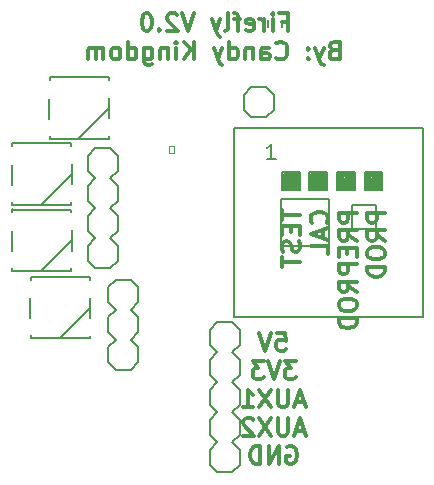
<source format=gbr>
%TF.GenerationSoftware,KiCad,Pcbnew,4.0.2+dfsg1-stable*%
%TF.CreationDate,2018-01-15T17:57:19-07:00*%
%TF.ProjectId,firefly2,66697265666C79322E6B696361645F70,rev?*%
%TF.FileFunction,Legend,Bot*%
%FSLAX46Y46*%
G04 Gerber Fmt 4.6, Leading zero omitted, Abs format (unit mm)*
G04 Created by KiCad (PCBNEW 4.0.2+dfsg1-stable) date Mon 15 Jan 2018 05:57:19 PM MST*
%MOMM*%
G01*
G04 APERTURE LIST*
%ADD10C,0.100000*%
%ADD11C,0.150000*%
%ADD12C,0.300000*%
%ADD13C,0.203200*%
%ADD14C,0.152400*%
%ADD15C,0.066040*%
G04 APERTURE END LIST*
D10*
D11*
X173100000Y-59200000D02*
X173100000Y-58300000D01*
X173450000Y-58900000D02*
X173100000Y-59200000D01*
X173450000Y-58800000D02*
X173450000Y-58900000D01*
X173550000Y-58800000D02*
X173450000Y-58800000D01*
X173550000Y-58950000D02*
X173550000Y-58800000D01*
X173350000Y-58950000D02*
X173550000Y-58950000D01*
X173350000Y-58900000D02*
X173350000Y-58950000D01*
X173350000Y-58700000D02*
X173350000Y-58900000D01*
X173650000Y-58700000D02*
X173350000Y-58700000D01*
X173650000Y-59050000D02*
X173650000Y-58700000D01*
X173250000Y-59050000D02*
X173650000Y-59050000D01*
X173250000Y-59000000D02*
X173250000Y-59050000D01*
X173250000Y-58600000D02*
X173250000Y-59000000D01*
X173750000Y-58600000D02*
X173250000Y-58600000D01*
X173750000Y-59150000D02*
X173750000Y-58600000D01*
X173150000Y-59150000D02*
X173750000Y-59150000D01*
X173150000Y-58450000D02*
X173150000Y-59150000D01*
X173850000Y-58450000D02*
X173150000Y-58450000D01*
X173850000Y-59300000D02*
X173850000Y-58450000D01*
X173000000Y-59300000D02*
X173850000Y-59300000D01*
X173000000Y-58300000D02*
X173000000Y-59300000D01*
X173950000Y-58300000D02*
X173000000Y-58300000D01*
X173950000Y-59400000D02*
X173950000Y-58300000D01*
X172850000Y-59400000D02*
X173950000Y-59400000D01*
X172850000Y-58200000D02*
X172850000Y-59400000D01*
X174050000Y-58200000D02*
X172850000Y-58200000D01*
X174050000Y-59500000D02*
X174050000Y-58200000D01*
X172750000Y-59500000D02*
X174050000Y-59500000D01*
X172750000Y-58200000D02*
X172750000Y-59500000D01*
X171150000Y-58850000D02*
X171150000Y-58950000D01*
X171050000Y-58850000D02*
X171150000Y-58850000D01*
X171050000Y-58700000D02*
X171050000Y-58850000D01*
X171250000Y-58700000D02*
X171050000Y-58700000D01*
X171250000Y-59000000D02*
X171250000Y-58700000D01*
X170950000Y-59000000D02*
X171250000Y-59000000D01*
X170950000Y-58600000D02*
X170950000Y-59000000D01*
X171350000Y-58600000D02*
X170950000Y-58600000D01*
X171350000Y-59100000D02*
X171350000Y-58600000D01*
X170850000Y-59100000D02*
X171350000Y-59100000D01*
X170850000Y-58450000D02*
X170850000Y-59100000D01*
X170950000Y-58450000D02*
X170850000Y-58450000D01*
X171450000Y-58450000D02*
X170950000Y-58450000D01*
X171450000Y-59200000D02*
X171450000Y-58450000D01*
X170750000Y-59200000D02*
X171450000Y-59200000D01*
X170750000Y-58400000D02*
X170750000Y-59200000D01*
X171550000Y-58400000D02*
X170750000Y-58400000D01*
X171550000Y-59300000D02*
X171550000Y-58400000D01*
X170650000Y-59300000D02*
X171550000Y-59300000D01*
X170650000Y-58300000D02*
X170650000Y-59300000D01*
X171650000Y-58300000D02*
X170650000Y-58300000D01*
X171650000Y-59400000D02*
X171650000Y-58300000D01*
X170550000Y-59400000D02*
X171650000Y-59400000D01*
X170550000Y-58200000D02*
X170550000Y-59400000D01*
X171750000Y-58200000D02*
X170550000Y-58200000D01*
X171750000Y-59500000D02*
X171750000Y-58200000D01*
X170450000Y-59500000D02*
X171750000Y-59500000D01*
X170450000Y-58200000D02*
X170450000Y-59500000D01*
X168600000Y-58950000D02*
X168550000Y-58900000D01*
X168800000Y-58950000D02*
X168600000Y-58950000D01*
X168800000Y-58800000D02*
X168800000Y-58950000D01*
X168450000Y-58800000D02*
X168800000Y-58800000D01*
X168450000Y-59050000D02*
X168450000Y-58800000D01*
X168900000Y-59050000D02*
X168450000Y-59050000D01*
X168900000Y-58700000D02*
X168900000Y-59050000D01*
X168350000Y-58700000D02*
X168900000Y-58700000D01*
X168350000Y-59150000D02*
X168350000Y-58700000D01*
X169000000Y-59150000D02*
X168350000Y-59150000D01*
X169000000Y-58600000D02*
X169000000Y-59150000D01*
X168250000Y-58600000D02*
X169000000Y-58600000D01*
X168250000Y-59300000D02*
X168250000Y-58600000D01*
X169050000Y-59300000D02*
X168250000Y-59300000D01*
X169050000Y-59250000D02*
X169050000Y-59300000D01*
X169150000Y-59300000D02*
X169050000Y-59250000D01*
X169100000Y-59250000D02*
X169150000Y-59300000D01*
X169100000Y-58500000D02*
X169100000Y-59250000D01*
X169200000Y-58500000D02*
X169100000Y-58500000D01*
X168150000Y-58500000D02*
X169200000Y-58500000D01*
X168150000Y-59400000D02*
X168150000Y-58500000D01*
X169250000Y-59400000D02*
X168150000Y-59400000D01*
X169250000Y-58400000D02*
X169250000Y-59400000D01*
X169300000Y-58400000D02*
X169250000Y-58400000D01*
X168050000Y-58400000D02*
X169300000Y-58400000D01*
X168050000Y-58250000D02*
X168050000Y-58400000D01*
X168050000Y-59500000D02*
X168050000Y-58250000D01*
X169350000Y-59500000D02*
X168050000Y-59500000D01*
X169350000Y-58250000D02*
X169350000Y-59500000D01*
X168100000Y-58250000D02*
X169350000Y-58250000D01*
X166500000Y-58850000D02*
X166600000Y-58850000D01*
X166300000Y-58850000D02*
X166500000Y-58850000D01*
X166300000Y-58950000D02*
X166300000Y-58850000D01*
X166600000Y-58950000D02*
X166300000Y-58950000D01*
X166600000Y-58750000D02*
X166600000Y-58950000D01*
X166550000Y-58750000D02*
X166600000Y-58750000D01*
X166200000Y-58750000D02*
X166550000Y-58750000D01*
X166200000Y-59100000D02*
X166200000Y-58750000D01*
X166600000Y-59100000D02*
X166200000Y-59100000D01*
X166700000Y-59050000D02*
X166700000Y-59100000D01*
X166700000Y-58650000D02*
X166700000Y-59050000D01*
X166100000Y-58650000D02*
X166700000Y-58650000D01*
X166100000Y-59200000D02*
X166100000Y-58650000D01*
X166800000Y-59200000D02*
X166100000Y-59200000D01*
X166800000Y-58550000D02*
X166800000Y-59200000D01*
X166000000Y-58550000D02*
X166800000Y-58550000D01*
X166000000Y-59300000D02*
X166000000Y-58550000D01*
X166900000Y-59300000D02*
X166000000Y-59300000D01*
X166900000Y-58450000D02*
X166900000Y-59300000D01*
X165900000Y-58450000D02*
X166900000Y-58450000D01*
X165900000Y-59400000D02*
X165900000Y-58450000D01*
X167000000Y-59400000D02*
X165900000Y-59400000D01*
X167000000Y-58350000D02*
X167000000Y-59400000D01*
X165800000Y-58350000D02*
X167000000Y-58350000D01*
X165800000Y-59500000D02*
X165800000Y-58350000D01*
X167100000Y-59500000D02*
X165800000Y-59500000D01*
X167100000Y-58250000D02*
X167100000Y-59500000D01*
X165800000Y-58250000D02*
X167100000Y-58250000D01*
X172650000Y-58100000D02*
X172650000Y-59600000D01*
X174150000Y-58100000D02*
X172650000Y-58100000D01*
X174150000Y-59600000D02*
X174150000Y-58100000D01*
X172650000Y-59600000D02*
X174150000Y-59600000D01*
X170350000Y-58100000D02*
X170350000Y-59600000D01*
X171850000Y-58100000D02*
X170350000Y-58100000D01*
X171850000Y-59600000D02*
X171850000Y-58100000D01*
X170350000Y-59600000D02*
X171850000Y-59600000D01*
X167950000Y-58100000D02*
X167950000Y-59600000D01*
X169450000Y-58100000D02*
X167950000Y-58100000D01*
X169450000Y-59600000D02*
X169450000Y-58100000D01*
X167950000Y-59600000D02*
X169450000Y-59600000D01*
X165700000Y-58100000D02*
X165700000Y-59600000D01*
X167200000Y-58100000D02*
X165700000Y-58100000D01*
X167200000Y-59600000D02*
X167200000Y-58100000D01*
X165700000Y-59600000D02*
X167200000Y-59600000D01*
D12*
X165678571Y-61342857D02*
X165678571Y-62200000D01*
X167178571Y-61771429D02*
X165678571Y-61771429D01*
X166392857Y-62700000D02*
X166392857Y-63200000D01*
X167178571Y-63414286D02*
X167178571Y-62700000D01*
X165678571Y-62700000D01*
X165678571Y-63414286D01*
X167107143Y-63985714D02*
X167178571Y-64200000D01*
X167178571Y-64557143D01*
X167107143Y-64700000D01*
X167035714Y-64771429D01*
X166892857Y-64842857D01*
X166750000Y-64842857D01*
X166607143Y-64771429D01*
X166535714Y-64700000D01*
X166464286Y-64557143D01*
X166392857Y-64271429D01*
X166321429Y-64128571D01*
X166250000Y-64057143D01*
X166107143Y-63985714D01*
X165964286Y-63985714D01*
X165821429Y-64057143D01*
X165750000Y-64128571D01*
X165678571Y-64271429D01*
X165678571Y-64628571D01*
X165750000Y-64842857D01*
X165678571Y-65271428D02*
X165678571Y-66128571D01*
X167178571Y-65700000D02*
X165678571Y-65700000D01*
X169435714Y-62414286D02*
X169507143Y-62342857D01*
X169578571Y-62128571D01*
X169578571Y-61985714D01*
X169507143Y-61771429D01*
X169364286Y-61628571D01*
X169221429Y-61557143D01*
X168935714Y-61485714D01*
X168721429Y-61485714D01*
X168435714Y-61557143D01*
X168292857Y-61628571D01*
X168150000Y-61771429D01*
X168078571Y-61985714D01*
X168078571Y-62128571D01*
X168150000Y-62342857D01*
X168221429Y-62414286D01*
X169150000Y-62985714D02*
X169150000Y-63700000D01*
X169578571Y-62842857D02*
X168078571Y-63342857D01*
X169578571Y-63842857D01*
X169578571Y-65057143D02*
X169578571Y-64342857D01*
X168078571Y-64342857D01*
X171978571Y-61557143D02*
X170478571Y-61557143D01*
X170478571Y-62128571D01*
X170550000Y-62271429D01*
X170621429Y-62342857D01*
X170764286Y-62414286D01*
X170978571Y-62414286D01*
X171121429Y-62342857D01*
X171192857Y-62271429D01*
X171264286Y-62128571D01*
X171264286Y-61557143D01*
X171978571Y-63914286D02*
X171264286Y-63414286D01*
X171978571Y-63057143D02*
X170478571Y-63057143D01*
X170478571Y-63628571D01*
X170550000Y-63771429D01*
X170621429Y-63842857D01*
X170764286Y-63914286D01*
X170978571Y-63914286D01*
X171121429Y-63842857D01*
X171192857Y-63771429D01*
X171264286Y-63628571D01*
X171264286Y-63057143D01*
X171192857Y-64557143D02*
X171192857Y-65057143D01*
X171978571Y-65271429D02*
X171978571Y-64557143D01*
X170478571Y-64557143D01*
X170478571Y-65271429D01*
X171978571Y-65914286D02*
X170478571Y-65914286D01*
X170478571Y-66485714D01*
X170550000Y-66628572D01*
X170621429Y-66700000D01*
X170764286Y-66771429D01*
X170978571Y-66771429D01*
X171121429Y-66700000D01*
X171192857Y-66628572D01*
X171264286Y-66485714D01*
X171264286Y-65914286D01*
X171978571Y-68271429D02*
X171264286Y-67771429D01*
X171978571Y-67414286D02*
X170478571Y-67414286D01*
X170478571Y-67985714D01*
X170550000Y-68128572D01*
X170621429Y-68200000D01*
X170764286Y-68271429D01*
X170978571Y-68271429D01*
X171121429Y-68200000D01*
X171192857Y-68128572D01*
X171264286Y-67985714D01*
X171264286Y-67414286D01*
X170478571Y-69200000D02*
X170478571Y-69485714D01*
X170550000Y-69628572D01*
X170692857Y-69771429D01*
X170978571Y-69842857D01*
X171478571Y-69842857D01*
X171764286Y-69771429D01*
X171907143Y-69628572D01*
X171978571Y-69485714D01*
X171978571Y-69200000D01*
X171907143Y-69057143D01*
X171764286Y-68914286D01*
X171478571Y-68842857D01*
X170978571Y-68842857D01*
X170692857Y-68914286D01*
X170550000Y-69057143D01*
X170478571Y-69200000D01*
X171978571Y-70485715D02*
X170478571Y-70485715D01*
X170478571Y-70842858D01*
X170550000Y-71057143D01*
X170692857Y-71200001D01*
X170835714Y-71271429D01*
X171121429Y-71342858D01*
X171335714Y-71342858D01*
X171621429Y-71271429D01*
X171764286Y-71200001D01*
X171907143Y-71057143D01*
X171978571Y-70842858D01*
X171978571Y-70485715D01*
X174378571Y-61557143D02*
X172878571Y-61557143D01*
X172878571Y-62128571D01*
X172950000Y-62271429D01*
X173021429Y-62342857D01*
X173164286Y-62414286D01*
X173378571Y-62414286D01*
X173521429Y-62342857D01*
X173592857Y-62271429D01*
X173664286Y-62128571D01*
X173664286Y-61557143D01*
X174378571Y-63914286D02*
X173664286Y-63414286D01*
X174378571Y-63057143D02*
X172878571Y-63057143D01*
X172878571Y-63628571D01*
X172950000Y-63771429D01*
X173021429Y-63842857D01*
X173164286Y-63914286D01*
X173378571Y-63914286D01*
X173521429Y-63842857D01*
X173592857Y-63771429D01*
X173664286Y-63628571D01*
X173664286Y-63057143D01*
X172878571Y-64842857D02*
X172878571Y-65128571D01*
X172950000Y-65271429D01*
X173092857Y-65414286D01*
X173378571Y-65485714D01*
X173878571Y-65485714D01*
X174164286Y-65414286D01*
X174307143Y-65271429D01*
X174378571Y-65128571D01*
X174378571Y-64842857D01*
X174307143Y-64700000D01*
X174164286Y-64557143D01*
X173878571Y-64485714D01*
X173378571Y-64485714D01*
X173092857Y-64557143D01*
X172950000Y-64700000D01*
X172878571Y-64842857D01*
X174378571Y-66128572D02*
X172878571Y-66128572D01*
X172878571Y-66485715D01*
X172950000Y-66700000D01*
X173092857Y-66842858D01*
X173235714Y-66914286D01*
X173521429Y-66985715D01*
X173735714Y-66985715D01*
X174021429Y-66914286D01*
X174164286Y-66842858D01*
X174307143Y-66700000D01*
X174378571Y-66485715D01*
X174378571Y-66128572D01*
X170042857Y-47792857D02*
X169828571Y-47864286D01*
X169757143Y-47935714D01*
X169685714Y-48078571D01*
X169685714Y-48292857D01*
X169757143Y-48435714D01*
X169828571Y-48507143D01*
X169971429Y-48578571D01*
X170542857Y-48578571D01*
X170542857Y-47078571D01*
X170042857Y-47078571D01*
X169900000Y-47150000D01*
X169828571Y-47221429D01*
X169757143Y-47364286D01*
X169757143Y-47507143D01*
X169828571Y-47650000D01*
X169900000Y-47721429D01*
X170042857Y-47792857D01*
X170542857Y-47792857D01*
X169185714Y-47578571D02*
X168828571Y-48578571D01*
X168471429Y-47578571D02*
X168828571Y-48578571D01*
X168971429Y-48935714D01*
X169042857Y-49007143D01*
X169185714Y-49078571D01*
X167900000Y-48435714D02*
X167828572Y-48507143D01*
X167900000Y-48578571D01*
X167971429Y-48507143D01*
X167900000Y-48435714D01*
X167900000Y-48578571D01*
X167900000Y-47650000D02*
X167828572Y-47721429D01*
X167900000Y-47792857D01*
X167971429Y-47721429D01*
X167900000Y-47650000D01*
X167900000Y-47792857D01*
X165185714Y-48435714D02*
X165257143Y-48507143D01*
X165471429Y-48578571D01*
X165614286Y-48578571D01*
X165828571Y-48507143D01*
X165971429Y-48364286D01*
X166042857Y-48221429D01*
X166114286Y-47935714D01*
X166114286Y-47721429D01*
X166042857Y-47435714D01*
X165971429Y-47292857D01*
X165828571Y-47150000D01*
X165614286Y-47078571D01*
X165471429Y-47078571D01*
X165257143Y-47150000D01*
X165185714Y-47221429D01*
X163900000Y-48578571D02*
X163900000Y-47792857D01*
X163971429Y-47650000D01*
X164114286Y-47578571D01*
X164400000Y-47578571D01*
X164542857Y-47650000D01*
X163900000Y-48507143D02*
X164042857Y-48578571D01*
X164400000Y-48578571D01*
X164542857Y-48507143D01*
X164614286Y-48364286D01*
X164614286Y-48221429D01*
X164542857Y-48078571D01*
X164400000Y-48007143D01*
X164042857Y-48007143D01*
X163900000Y-47935714D01*
X163185714Y-47578571D02*
X163185714Y-48578571D01*
X163185714Y-47721429D02*
X163114286Y-47650000D01*
X162971428Y-47578571D01*
X162757143Y-47578571D01*
X162614286Y-47650000D01*
X162542857Y-47792857D01*
X162542857Y-48578571D01*
X161185714Y-48578571D02*
X161185714Y-47078571D01*
X161185714Y-48507143D02*
X161328571Y-48578571D01*
X161614285Y-48578571D01*
X161757143Y-48507143D01*
X161828571Y-48435714D01*
X161900000Y-48292857D01*
X161900000Y-47864286D01*
X161828571Y-47721429D01*
X161757143Y-47650000D01*
X161614285Y-47578571D01*
X161328571Y-47578571D01*
X161185714Y-47650000D01*
X160614285Y-47578571D02*
X160257142Y-48578571D01*
X159900000Y-47578571D02*
X160257142Y-48578571D01*
X160400000Y-48935714D01*
X160471428Y-49007143D01*
X160614285Y-49078571D01*
X158185714Y-48578571D02*
X158185714Y-47078571D01*
X157328571Y-48578571D02*
X157971428Y-47721429D01*
X157328571Y-47078571D02*
X158185714Y-47935714D01*
X156685714Y-48578571D02*
X156685714Y-47578571D01*
X156685714Y-47078571D02*
X156757143Y-47150000D01*
X156685714Y-47221429D01*
X156614286Y-47150000D01*
X156685714Y-47078571D01*
X156685714Y-47221429D01*
X155971428Y-47578571D02*
X155971428Y-48578571D01*
X155971428Y-47721429D02*
X155900000Y-47650000D01*
X155757142Y-47578571D01*
X155542857Y-47578571D01*
X155400000Y-47650000D01*
X155328571Y-47792857D01*
X155328571Y-48578571D01*
X153971428Y-47578571D02*
X153971428Y-48792857D01*
X154042857Y-48935714D01*
X154114285Y-49007143D01*
X154257142Y-49078571D01*
X154471428Y-49078571D01*
X154614285Y-49007143D01*
X153971428Y-48507143D02*
X154114285Y-48578571D01*
X154399999Y-48578571D01*
X154542857Y-48507143D01*
X154614285Y-48435714D01*
X154685714Y-48292857D01*
X154685714Y-47864286D01*
X154614285Y-47721429D01*
X154542857Y-47650000D01*
X154399999Y-47578571D01*
X154114285Y-47578571D01*
X153971428Y-47650000D01*
X152614285Y-48578571D02*
X152614285Y-47078571D01*
X152614285Y-48507143D02*
X152757142Y-48578571D01*
X153042856Y-48578571D01*
X153185714Y-48507143D01*
X153257142Y-48435714D01*
X153328571Y-48292857D01*
X153328571Y-47864286D01*
X153257142Y-47721429D01*
X153185714Y-47650000D01*
X153042856Y-47578571D01*
X152757142Y-47578571D01*
X152614285Y-47650000D01*
X151685713Y-48578571D02*
X151828571Y-48507143D01*
X151899999Y-48435714D01*
X151971428Y-48292857D01*
X151971428Y-47864286D01*
X151899999Y-47721429D01*
X151828571Y-47650000D01*
X151685713Y-47578571D01*
X151471428Y-47578571D01*
X151328571Y-47650000D01*
X151257142Y-47721429D01*
X151185713Y-47864286D01*
X151185713Y-48292857D01*
X151257142Y-48435714D01*
X151328571Y-48507143D01*
X151471428Y-48578571D01*
X151685713Y-48578571D01*
X150542856Y-48578571D02*
X150542856Y-47578571D01*
X150542856Y-47721429D02*
X150471428Y-47650000D01*
X150328570Y-47578571D01*
X150114285Y-47578571D01*
X149971428Y-47650000D01*
X149899999Y-47792857D01*
X149899999Y-48578571D01*
X149899999Y-47792857D02*
X149828570Y-47650000D01*
X149685713Y-47578571D01*
X149471428Y-47578571D01*
X149328570Y-47650000D01*
X149257142Y-47792857D01*
X149257142Y-48578571D01*
X165642856Y-45392857D02*
X166142856Y-45392857D01*
X166142856Y-46178571D02*
X166142856Y-44678571D01*
X165428570Y-44678571D01*
X164857142Y-46178571D02*
X164857142Y-45178571D01*
X164857142Y-44678571D02*
X164928571Y-44750000D01*
X164857142Y-44821429D01*
X164785714Y-44750000D01*
X164857142Y-44678571D01*
X164857142Y-44821429D01*
X164142856Y-46178571D02*
X164142856Y-45178571D01*
X164142856Y-45464286D02*
X164071428Y-45321429D01*
X163999999Y-45250000D01*
X163857142Y-45178571D01*
X163714285Y-45178571D01*
X162642857Y-46107143D02*
X162785714Y-46178571D01*
X163071428Y-46178571D01*
X163214285Y-46107143D01*
X163285714Y-45964286D01*
X163285714Y-45392857D01*
X163214285Y-45250000D01*
X163071428Y-45178571D01*
X162785714Y-45178571D01*
X162642857Y-45250000D01*
X162571428Y-45392857D01*
X162571428Y-45535714D01*
X163285714Y-45678571D01*
X162142857Y-45178571D02*
X161571428Y-45178571D01*
X161928571Y-46178571D02*
X161928571Y-44892857D01*
X161857143Y-44750000D01*
X161714285Y-44678571D01*
X161571428Y-44678571D01*
X160857142Y-46178571D02*
X161000000Y-46107143D01*
X161071428Y-45964286D01*
X161071428Y-44678571D01*
X160428571Y-45178571D02*
X160071428Y-46178571D01*
X159714286Y-45178571D02*
X160071428Y-46178571D01*
X160214286Y-46535714D01*
X160285714Y-46607143D01*
X160428571Y-46678571D01*
X158214286Y-44678571D02*
X157714286Y-46178571D01*
X157214286Y-44678571D01*
X156785715Y-44821429D02*
X156714286Y-44750000D01*
X156571429Y-44678571D01*
X156214286Y-44678571D01*
X156071429Y-44750000D01*
X156000000Y-44821429D01*
X155928572Y-44964286D01*
X155928572Y-45107143D01*
X156000000Y-45321429D01*
X156857143Y-46178571D01*
X155928572Y-46178571D01*
X155285715Y-46035714D02*
X155214287Y-46107143D01*
X155285715Y-46178571D01*
X155357144Y-46107143D01*
X155285715Y-46035714D01*
X155285715Y-46178571D01*
X154285715Y-44678571D02*
X154142858Y-44678571D01*
X154000001Y-44750000D01*
X153928572Y-44821429D01*
X153857143Y-44964286D01*
X153785715Y-45250000D01*
X153785715Y-45607143D01*
X153857143Y-45892857D01*
X153928572Y-46035714D01*
X154000001Y-46107143D01*
X154142858Y-46178571D01*
X154285715Y-46178571D01*
X154428572Y-46107143D01*
X154500001Y-46035714D01*
X154571429Y-45892857D01*
X154642858Y-45607143D01*
X154642858Y-45250000D01*
X154571429Y-44964286D01*
X154500001Y-44821429D01*
X154428572Y-44750000D01*
X154285715Y-44678571D01*
X165235713Y-71728571D02*
X165949999Y-71728571D01*
X166021428Y-72442857D01*
X165949999Y-72371429D01*
X165807142Y-72300000D01*
X165449999Y-72300000D01*
X165307142Y-72371429D01*
X165235713Y-72442857D01*
X165164285Y-72585714D01*
X165164285Y-72942857D01*
X165235713Y-73085714D01*
X165307142Y-73157143D01*
X165449999Y-73228571D01*
X165807142Y-73228571D01*
X165949999Y-73157143D01*
X166021428Y-73085714D01*
X164735714Y-71728571D02*
X164235714Y-73228571D01*
X163735714Y-71728571D01*
X166807142Y-74128571D02*
X165878571Y-74128571D01*
X166378571Y-74700000D01*
X166164285Y-74700000D01*
X166021428Y-74771429D01*
X165949999Y-74842857D01*
X165878571Y-74985714D01*
X165878571Y-75342857D01*
X165949999Y-75485714D01*
X166021428Y-75557143D01*
X166164285Y-75628571D01*
X166592857Y-75628571D01*
X166735714Y-75557143D01*
X166807142Y-75485714D01*
X165450000Y-74128571D02*
X164950000Y-75628571D01*
X164450000Y-74128571D01*
X164092857Y-74128571D02*
X163164286Y-74128571D01*
X163664286Y-74700000D01*
X163450000Y-74700000D01*
X163307143Y-74771429D01*
X163235714Y-74842857D01*
X163164286Y-74985714D01*
X163164286Y-75342857D01*
X163235714Y-75485714D01*
X163307143Y-75557143D01*
X163450000Y-75628571D01*
X163878572Y-75628571D01*
X164021429Y-75557143D01*
X164092857Y-75485714D01*
X167521428Y-77600000D02*
X166807142Y-77600000D01*
X167664285Y-78028571D02*
X167164285Y-76528571D01*
X166664285Y-78028571D01*
X166164285Y-76528571D02*
X166164285Y-77742857D01*
X166092857Y-77885714D01*
X166021428Y-77957143D01*
X165878571Y-78028571D01*
X165592857Y-78028571D01*
X165449999Y-77957143D01*
X165378571Y-77885714D01*
X165307142Y-77742857D01*
X165307142Y-76528571D01*
X164735713Y-76528571D02*
X163735713Y-78028571D01*
X163735713Y-76528571D02*
X164735713Y-78028571D01*
X162378571Y-78028571D02*
X163235714Y-78028571D01*
X162807142Y-78028571D02*
X162807142Y-76528571D01*
X162949999Y-76742857D01*
X163092857Y-76885714D01*
X163235714Y-76957143D01*
X167521428Y-80000000D02*
X166807142Y-80000000D01*
X167664285Y-80428571D02*
X167164285Y-78928571D01*
X166664285Y-80428571D01*
X166164285Y-78928571D02*
X166164285Y-80142857D01*
X166092857Y-80285714D01*
X166021428Y-80357143D01*
X165878571Y-80428571D01*
X165592857Y-80428571D01*
X165449999Y-80357143D01*
X165378571Y-80285714D01*
X165307142Y-80142857D01*
X165307142Y-78928571D01*
X164735713Y-78928571D02*
X163735713Y-80428571D01*
X163735713Y-78928571D02*
X164735713Y-80428571D01*
X163235714Y-79071429D02*
X163164285Y-79000000D01*
X163021428Y-78928571D01*
X162664285Y-78928571D01*
X162521428Y-79000000D01*
X162449999Y-79071429D01*
X162378571Y-79214286D01*
X162378571Y-79357143D01*
X162449999Y-79571429D01*
X163307142Y-80428571D01*
X162378571Y-80428571D01*
X166092857Y-81400000D02*
X166235714Y-81328571D01*
X166450000Y-81328571D01*
X166664285Y-81400000D01*
X166807143Y-81542857D01*
X166878571Y-81685714D01*
X166950000Y-81971429D01*
X166950000Y-82185714D01*
X166878571Y-82471429D01*
X166807143Y-82614286D01*
X166664285Y-82757143D01*
X166450000Y-82828571D01*
X166307143Y-82828571D01*
X166092857Y-82757143D01*
X166021428Y-82685714D01*
X166021428Y-82185714D01*
X166307143Y-82185714D01*
X165378571Y-82828571D02*
X165378571Y-81328571D01*
X164521428Y-82828571D01*
X164521428Y-81328571D01*
X163807142Y-82828571D02*
X163807142Y-81328571D01*
X163449999Y-81328571D01*
X163235714Y-81400000D01*
X163092856Y-81542857D01*
X163021428Y-81685714D01*
X162949999Y-81971429D01*
X162949999Y-82185714D01*
X163021428Y-82471429D01*
X163092856Y-82614286D01*
X163235714Y-82757143D01*
X163449999Y-82828571D01*
X163807142Y-82828571D01*
D13*
X161601540Y-54401540D02*
X177598460Y-54401540D01*
X177598460Y-54401540D02*
X177598460Y-70398460D01*
X177598460Y-70398460D02*
X161601540Y-70398460D01*
X161601540Y-70398460D02*
X161601540Y-54401540D01*
X165602040Y-60401020D02*
X165602040Y-64398980D01*
X165602040Y-64398980D02*
X169600000Y-64398980D01*
X169600000Y-64398980D02*
X169600000Y-60401020D01*
X169600000Y-60401020D02*
X165602040Y-60401020D01*
X171598980Y-62897840D02*
X171598980Y-60901400D01*
X173597960Y-60901400D02*
X171598980Y-60901400D01*
X173597960Y-62897840D02*
X173597960Y-60901400D01*
X173597960Y-62897840D02*
X171598980Y-62897840D01*
X151565000Y-69790000D02*
X150930000Y-69155000D01*
X150930000Y-69155000D02*
X150930000Y-67885000D01*
X150930000Y-67885000D02*
X151565000Y-67250000D01*
X152835000Y-67250000D02*
X153470000Y-67885000D01*
X153470000Y-67885000D02*
X153470000Y-69155000D01*
X153470000Y-69155000D02*
X152835000Y-69790000D01*
X150930000Y-74235000D02*
X150930000Y-72965000D01*
X150930000Y-72965000D02*
X151565000Y-72330000D01*
X152835000Y-72330000D02*
X153470000Y-72965000D01*
X151565000Y-72330000D02*
X150930000Y-71695000D01*
X150930000Y-71695000D02*
X150930000Y-70425000D01*
X150930000Y-70425000D02*
X151565000Y-69790000D01*
X152835000Y-69790000D02*
X153470000Y-70425000D01*
X153470000Y-70425000D02*
X153470000Y-71695000D01*
X153470000Y-71695000D02*
X152835000Y-72330000D01*
X151565000Y-74870000D02*
X152835000Y-74870000D01*
X150930000Y-74235000D02*
X151565000Y-74870000D01*
X152835000Y-74870000D02*
X153470000Y-74235000D01*
X153470000Y-72965000D02*
X153470000Y-74235000D01*
X151565000Y-67250000D02*
X152835000Y-67250000D01*
X162070000Y-79085000D02*
X162070000Y-80355000D01*
X162070000Y-80355000D02*
X161435000Y-80990000D01*
X160165000Y-80990000D02*
X159530000Y-80355000D01*
X161435000Y-80990000D02*
X162070000Y-81625000D01*
X162070000Y-81625000D02*
X162070000Y-82895000D01*
X162070000Y-82895000D02*
X161435000Y-83530000D01*
X160165000Y-83530000D02*
X159530000Y-82895000D01*
X159530000Y-82895000D02*
X159530000Y-81625000D01*
X159530000Y-81625000D02*
X160165000Y-80990000D01*
X161435000Y-75910000D02*
X162070000Y-76545000D01*
X162070000Y-76545000D02*
X162070000Y-77815000D01*
X162070000Y-77815000D02*
X161435000Y-78450000D01*
X160165000Y-78450000D02*
X159530000Y-77815000D01*
X159530000Y-77815000D02*
X159530000Y-76545000D01*
X159530000Y-76545000D02*
X160165000Y-75910000D01*
X162070000Y-79085000D02*
X161435000Y-78450000D01*
X160165000Y-78450000D02*
X159530000Y-79085000D01*
X159530000Y-80355000D02*
X159530000Y-79085000D01*
X162070000Y-71465000D02*
X162070000Y-72735000D01*
X162070000Y-72735000D02*
X161435000Y-73370000D01*
X160165000Y-73370000D02*
X159530000Y-72735000D01*
X161435000Y-73370000D02*
X162070000Y-74005000D01*
X162070000Y-74005000D02*
X162070000Y-75275000D01*
X162070000Y-75275000D02*
X161435000Y-75910000D01*
X160165000Y-75910000D02*
X159530000Y-75275000D01*
X159530000Y-75275000D02*
X159530000Y-74005000D01*
X159530000Y-74005000D02*
X160165000Y-73370000D01*
X161435000Y-70830000D02*
X160165000Y-70830000D01*
X162070000Y-71465000D02*
X161435000Y-70830000D01*
X160165000Y-70830000D02*
X159530000Y-71465000D01*
X159530000Y-72735000D02*
X159530000Y-71465000D01*
X161435000Y-83530000D02*
X160165000Y-83530000D01*
D14*
X165677360Y-45260046D02*
X165677360Y-45859486D01*
X164478480Y-45260046D02*
X164478480Y-45859486D01*
D13*
X146010800Y-50337800D02*
X146010800Y-50083800D01*
X146010800Y-50083800D02*
X146061600Y-50083800D01*
X146061600Y-50083800D02*
X146061600Y-50088880D01*
X146061600Y-50088880D02*
X151009520Y-50088880D01*
X151009520Y-50088880D02*
X151009520Y-50320020D01*
X145993020Y-55019020D02*
X145993020Y-55288260D01*
X145993020Y-55288260D02*
X146043820Y-55288260D01*
X146043820Y-55288260D02*
X146043820Y-55293340D01*
X146043820Y-55293340D02*
X151006980Y-55293340D01*
X151006980Y-55293340D02*
X151006980Y-55067280D01*
X145960000Y-53589000D02*
X145960000Y-51887200D01*
X151040000Y-51836400D02*
X151040000Y-52700000D01*
X151040000Y-52700000D02*
X151040000Y-53563600D01*
X151040000Y-52700000D02*
X148500000Y-55240000D01*
X142810800Y-55937800D02*
X142810800Y-55683800D01*
X142810800Y-55683800D02*
X142861600Y-55683800D01*
X142861600Y-55683800D02*
X142861600Y-55688880D01*
X142861600Y-55688880D02*
X147809520Y-55688880D01*
X147809520Y-55688880D02*
X147809520Y-55920020D01*
X142793020Y-60619020D02*
X142793020Y-60888260D01*
X142793020Y-60888260D02*
X142843820Y-60888260D01*
X142843820Y-60888260D02*
X142843820Y-60893340D01*
X142843820Y-60893340D02*
X147806980Y-60893340D01*
X147806980Y-60893340D02*
X147806980Y-60667280D01*
X142760000Y-59189000D02*
X142760000Y-57487200D01*
X147840000Y-57436400D02*
X147840000Y-58300000D01*
X147840000Y-58300000D02*
X147840000Y-59163600D01*
X147840000Y-58300000D02*
X145300000Y-60840000D01*
X142810800Y-61537800D02*
X142810800Y-61283800D01*
X142810800Y-61283800D02*
X142861600Y-61283800D01*
X142861600Y-61283800D02*
X142861600Y-61288880D01*
X142861600Y-61288880D02*
X147809520Y-61288880D01*
X147809520Y-61288880D02*
X147809520Y-61520020D01*
X142793020Y-66219020D02*
X142793020Y-66488260D01*
X142793020Y-66488260D02*
X142843820Y-66488260D01*
X142843820Y-66488260D02*
X142843820Y-66493340D01*
X142843820Y-66493340D02*
X147806980Y-66493340D01*
X147806980Y-66493340D02*
X147806980Y-66267280D01*
X142760000Y-64789000D02*
X142760000Y-63087200D01*
X147840000Y-63036400D02*
X147840000Y-63900000D01*
X147840000Y-63900000D02*
X147840000Y-64763600D01*
X147840000Y-63900000D02*
X145300000Y-66440000D01*
X144410800Y-67237800D02*
X144410800Y-66983800D01*
X144410800Y-66983800D02*
X144461600Y-66983800D01*
X144461600Y-66983800D02*
X144461600Y-66988880D01*
X144461600Y-66988880D02*
X149409520Y-66988880D01*
X149409520Y-66988880D02*
X149409520Y-67220020D01*
X144393020Y-71919020D02*
X144393020Y-72188260D01*
X144393020Y-72188260D02*
X144443820Y-72188260D01*
X144443820Y-72188260D02*
X144443820Y-72193340D01*
X144443820Y-72193340D02*
X149406980Y-72193340D01*
X149406980Y-72193340D02*
X149406980Y-71967280D01*
X144360000Y-70489000D02*
X144360000Y-68787200D01*
X149440000Y-68736400D02*
X149440000Y-69600000D01*
X149440000Y-69600000D02*
X149440000Y-70463600D01*
X149440000Y-69600000D02*
X146900000Y-72140000D01*
X149230000Y-58015000D02*
X149230000Y-56745000D01*
X149230000Y-56745000D02*
X149865000Y-56110000D01*
X151135000Y-56110000D02*
X151770000Y-56745000D01*
X149865000Y-61190000D02*
X149230000Y-60555000D01*
X149230000Y-60555000D02*
X149230000Y-59285000D01*
X149230000Y-59285000D02*
X149865000Y-58650000D01*
X151135000Y-58650000D02*
X151770000Y-59285000D01*
X151770000Y-59285000D02*
X151770000Y-60555000D01*
X151770000Y-60555000D02*
X151135000Y-61190000D01*
X149230000Y-58015000D02*
X149865000Y-58650000D01*
X151135000Y-58650000D02*
X151770000Y-58015000D01*
X151770000Y-56745000D02*
X151770000Y-58015000D01*
X149230000Y-65635000D02*
X149230000Y-64365000D01*
X149230000Y-64365000D02*
X149865000Y-63730000D01*
X151135000Y-63730000D02*
X151770000Y-64365000D01*
X149865000Y-63730000D02*
X149230000Y-63095000D01*
X149230000Y-63095000D02*
X149230000Y-61825000D01*
X149230000Y-61825000D02*
X149865000Y-61190000D01*
X151135000Y-61190000D02*
X151770000Y-61825000D01*
X151770000Y-61825000D02*
X151770000Y-63095000D01*
X151770000Y-63095000D02*
X151135000Y-63730000D01*
X149865000Y-66270000D02*
X151135000Y-66270000D01*
X149230000Y-65635000D02*
X149865000Y-66270000D01*
X151135000Y-66270000D02*
X151770000Y-65635000D01*
X151770000Y-64365000D02*
X151770000Y-65635000D01*
X149865000Y-56110000D02*
X151135000Y-56110000D01*
X164970000Y-51565000D02*
X164335000Y-50930000D01*
X164335000Y-50930000D02*
X163065000Y-50930000D01*
X163065000Y-50930000D02*
X162430000Y-51565000D01*
X162430000Y-51565000D02*
X162430000Y-52835000D01*
X162430000Y-52835000D02*
X163065000Y-53470000D01*
X163065000Y-53470000D02*
X164335000Y-53470000D01*
X164335000Y-53470000D02*
X164970000Y-52835000D01*
X164970000Y-52835000D02*
X164970000Y-51565000D01*
D15*
X156490500Y-55895200D02*
X156109500Y-55895200D01*
X156109500Y-55895200D02*
X156109500Y-56504800D01*
X156490500Y-56504800D02*
X156109500Y-56504800D01*
X156490500Y-55895200D02*
X156490500Y-56504800D01*
D14*
X165113997Y-56990284D02*
X164388283Y-56990284D01*
X164751140Y-56990284D02*
X164751140Y-55720284D01*
X164630188Y-55901712D01*
X164509235Y-56022665D01*
X164388283Y-56083141D01*
M02*

</source>
